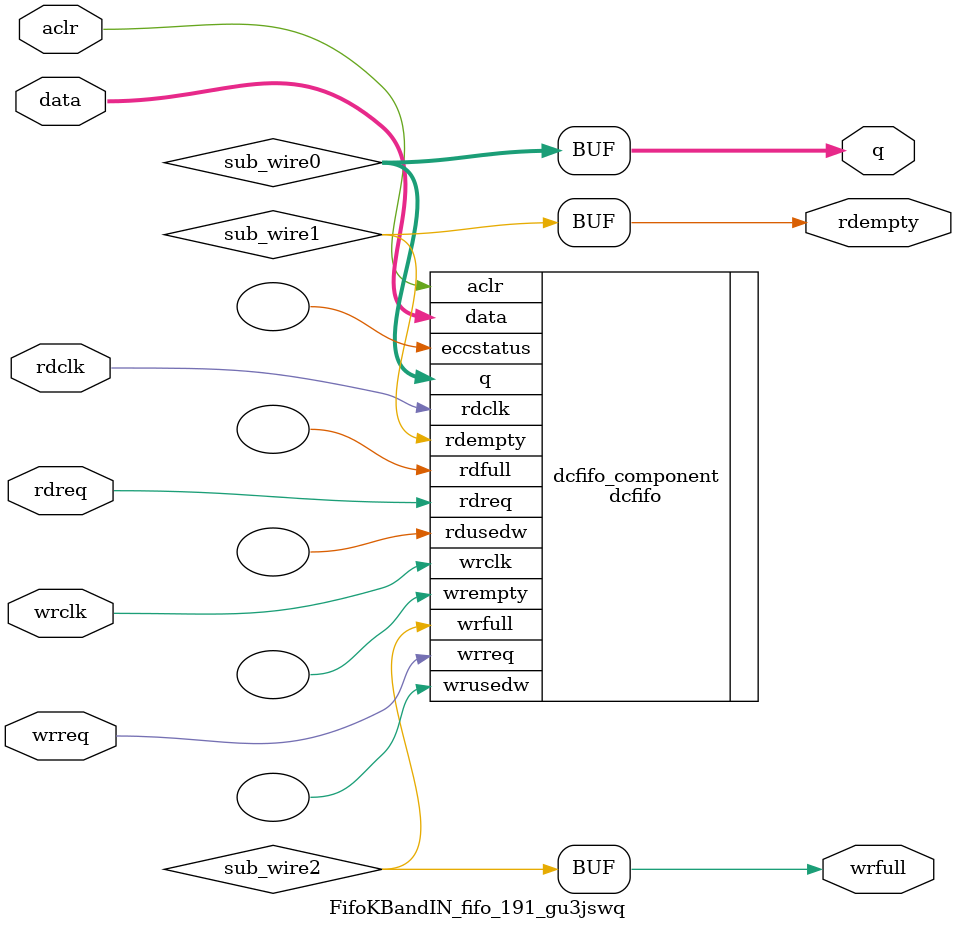
<source format=v>



`timescale 1 ps / 1 ps
// synopsys translate_on
module  FifoKBandIN_fifo_191_gu3jswq  (
    aclr,
    data,
    rdclk,
    rdreq,
    wrclk,
    wrreq,
    q,
    rdempty,
    wrfull);

    input    aclr;
    input  [5:0]  data;
    input    rdclk;
    input    rdreq;
    input    wrclk;
    input    wrreq;
    output [5:0]  q;
    output   rdempty;
    output   wrfull;
`ifndef ALTERA_RESERVED_QIS
// synopsys translate_off
`endif
    tri0     aclr;
`ifndef ALTERA_RESERVED_QIS
// synopsys translate_on
`endif

    wire [5:0] sub_wire0;
    wire  sub_wire1;
    wire  sub_wire2;
    wire [5:0] q = sub_wire0[5:0];
    wire  rdempty = sub_wire1;
    wire  wrfull = sub_wire2;

    dcfifo  dcfifo_component (
                .aclr (aclr),
                .data (data),
                .rdclk (rdclk),
                .rdreq (rdreq),
                .wrclk (wrclk),
                .wrreq (wrreq),
                .q (sub_wire0),
                .rdempty (sub_wire1),
                .wrfull (sub_wire2),
                .eccstatus (),
                .rdfull (),
                .rdusedw (),
                .wrempty (),
                .wrusedw ());
    defparam
        dcfifo_component.enable_ecc  = "FALSE",
        dcfifo_component.intended_device_family  = "Stratix 10",
        dcfifo_component.lpm_hint  = "DISABLE_DCFIFO_EMBEDDED_TIMING_CONSTRAINT=TRUE",
        dcfifo_component.lpm_numwords  = 16,
        dcfifo_component.lpm_showahead  = "OFF",
        dcfifo_component.lpm_type  = "dcfifo",
        dcfifo_component.lpm_width  = 6,
        dcfifo_component.lpm_widthu  = 4,
        dcfifo_component.overflow_checking  = "OFF",
        dcfifo_component.rdsync_delaypipe  = 6,
        dcfifo_component.read_aclr_synch  = "OFF",
        dcfifo_component.underflow_checking  = "OFF",
        dcfifo_component.use_eab  = "ON",
        dcfifo_component.write_aclr_synch  = "OFF",
        dcfifo_component.wrsync_delaypipe  = 6;


endmodule



</source>
